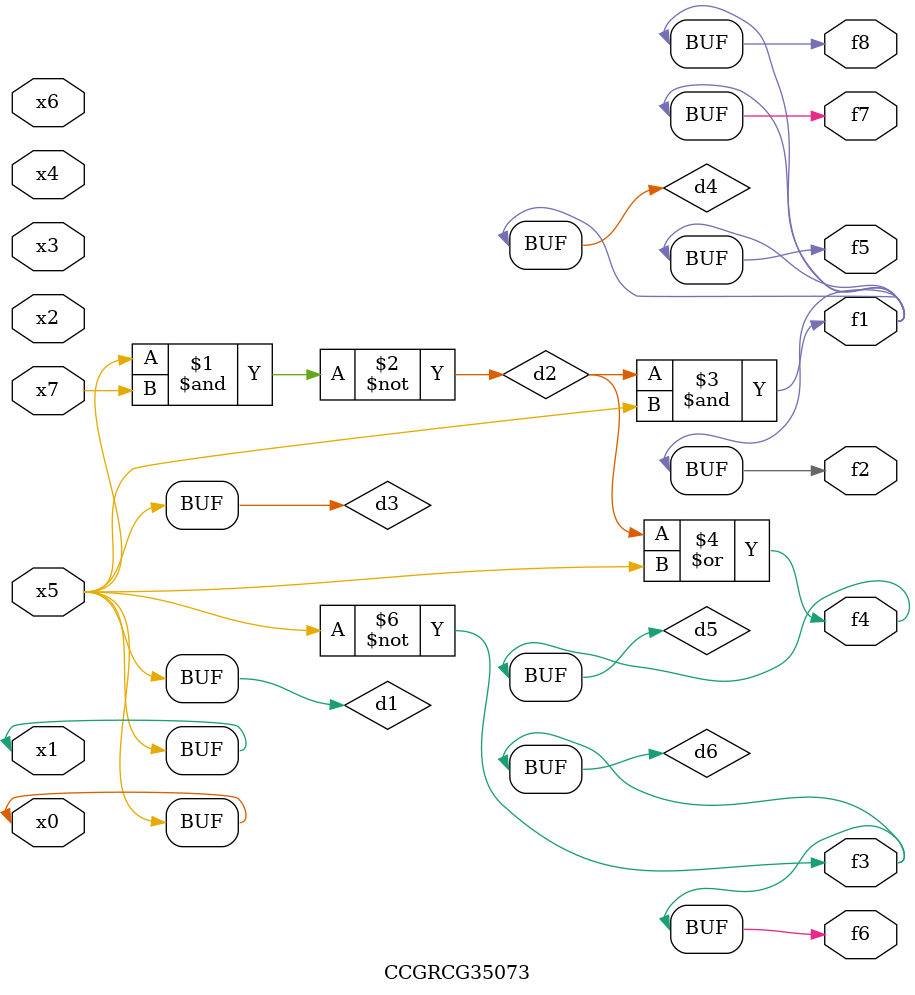
<source format=v>
module CCGRCG35073(
	input x0, x1, x2, x3, x4, x5, x6, x7,
	output f1, f2, f3, f4, f5, f6, f7, f8
);

	wire d1, d2, d3, d4, d5, d6;

	buf (d1, x0, x5);
	nand (d2, x5, x7);
	buf (d3, x0, x1);
	and (d4, d2, d3);
	or (d5, d2, d3);
	nor (d6, d1, d3);
	assign f1 = d4;
	assign f2 = d4;
	assign f3 = d6;
	assign f4 = d5;
	assign f5 = d4;
	assign f6 = d6;
	assign f7 = d4;
	assign f8 = d4;
endmodule

</source>
